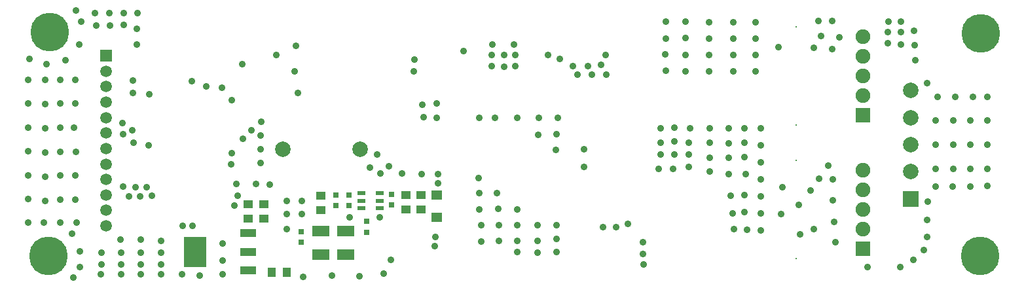
<source format=gbs>
%FSLAX25Y25*%
%MOIN*%
G70*
G01*
G75*
G04 Layer_Color=16711935*
%ADD10R,0.07087X0.14173*%
%ADD11R,0.03937X0.04724*%
%ADD12R,0.06299X0.13780*%
%ADD13O,0.07874X0.02400*%
%ADD14O,0.07874X0.02402*%
%ADD15R,0.03465X0.05000*%
%ADD16R,0.05512X0.04724*%
%ADD17R,0.04724X0.03937*%
%ADD18R,0.05118X0.07480*%
%ADD19R,0.04724X0.03150*%
%ADD20R,0.08268X0.07874*%
%ADD21R,0.03150X0.03150*%
%ADD22R,0.06299X0.03937*%
%ADD23R,0.20079X0.18898*%
%ADD24R,0.11811X0.03937*%
%ADD25R,0.01575X0.07874*%
%ADD26R,0.03937X0.01575*%
%ADD27O,0.10000X0.02400*%
%ADD28O,0.10000X0.02402*%
%ADD29R,0.12205X0.06102*%
%ADD30C,0.02000*%
%ADD31C,0.02500*%
%ADD32C,0.03000*%
%ADD33C,0.02362*%
%ADD34C,0.05000*%
%ADD35C,0.03500*%
%ADD36C,0.02200*%
%ADD37C,0.01000*%
%ADD38C,0.04000*%
%ADD39C,0.07000*%
%ADD40C,0.02400*%
%ADD41C,0.06000*%
%ADD42C,0.04500*%
%ADD43C,0.05906*%
%ADD44R,0.05906X0.05906*%
%ADD45C,0.19685*%
%ADD46C,0.07874*%
%ADD47R,0.07874X0.07874*%
%ADD48C,0.00787*%
%ADD49C,0.07480*%
%ADD50R,0.07480X0.07480*%
%ADD51C,0.03543*%
%ADD52R,0.09055X0.05512*%
%ADD53R,0.07874X0.03937*%
%ADD54R,0.11811X0.15748*%
%ADD55R,0.03937X0.02362*%
%ADD56C,0.00787*%
%ADD57C,0.01969*%
%ADD58C,0.01575*%
%ADD59C,0.01181*%
%ADD60C,0.00394*%
D11*
X128150Y6693D02*
D03*
X135630D02*
D03*
D16*
X212008Y34646D02*
D03*
Y46063D02*
D03*
D17*
X204134Y38583D02*
D03*
Y46063D02*
D03*
X116142Y33858D02*
D03*
Y41339D02*
D03*
X124016Y33858D02*
D03*
Y41339D02*
D03*
X153150Y45669D02*
D03*
Y38189D02*
D03*
X196260Y38583D02*
D03*
Y46063D02*
D03*
D21*
X160630Y46063D02*
D03*
Y40551D02*
D03*
X167323Y40551D02*
D03*
Y46063D02*
D03*
X188976Y40945D02*
D03*
Y46457D02*
D03*
X143110Y27362D02*
D03*
Y21850D02*
D03*
X176378Y32677D02*
D03*
Y27165D02*
D03*
D43*
X43701Y30315D02*
D03*
Y46063D02*
D03*
Y53937D02*
D03*
Y61811D02*
D03*
Y69685D02*
D03*
Y77559D02*
D03*
Y85433D02*
D03*
Y93307D02*
D03*
Y101181D02*
D03*
Y109055D02*
D03*
Y38189D02*
D03*
D44*
Y116929D02*
D03*
D45*
X14961Y129134D02*
D03*
X488583Y14961D02*
D03*
X488976Y128346D02*
D03*
X14567Y14961D02*
D03*
D46*
X173228Y69291D02*
D03*
X133858D02*
D03*
X453543Y99213D02*
D03*
Y57874D02*
D03*
Y71653D02*
D03*
Y85433D02*
D03*
D47*
Y44094D02*
D03*
D48*
X395118Y131614D02*
D03*
Y81614D02*
D03*
Y63701D02*
D03*
Y13701D02*
D03*
D49*
X429134Y126614D02*
D03*
Y116614D02*
D03*
Y106614D02*
D03*
Y96614D02*
D03*
Y58701D02*
D03*
Y48701D02*
D03*
Y38701D02*
D03*
Y28701D02*
D03*
D50*
Y86614D02*
D03*
Y18701D02*
D03*
D51*
X200787Y114960D02*
D03*
X102756Y100787D02*
D03*
X211417Y24803D02*
D03*
X211024Y20079D02*
D03*
X109055Y40551D02*
D03*
X492520Y50787D02*
D03*
X309449Y31496D02*
D03*
X298031Y117323D02*
D03*
X325984Y66535D02*
D03*
Y72835D02*
D03*
Y79921D02*
D03*
X363386Y28740D02*
D03*
X362598Y36614D02*
D03*
X361811Y45669D02*
D03*
X377165Y79921D02*
D03*
Y71260D02*
D03*
X59449Y122835D02*
D03*
Y130709D02*
D03*
X107480Y61811D02*
D03*
X107874Y67323D02*
D03*
X82677Y30315D02*
D03*
X122441Y76378D02*
D03*
Y69291D02*
D03*
Y62205D02*
D03*
X113386Y74803D02*
D03*
X117717Y79134D02*
D03*
X122835Y83464D02*
D03*
X143307Y42913D02*
D03*
X135827D02*
D03*
X143307Y36220D02*
D03*
X127165Y51181D02*
D03*
X120079Y51575D02*
D03*
X110236D02*
D03*
X66929Y45669D02*
D03*
X64567Y50000D02*
D03*
X431496Y9449D02*
D03*
X460236Y18110D02*
D03*
X58661Y50000D02*
D03*
X55512Y45276D02*
D03*
X52362Y50394D02*
D03*
X61024Y45276D02*
D03*
X28346Y140157D02*
D03*
X45407Y138583D02*
D03*
X13386Y112598D02*
D03*
X23228Y114567D02*
D03*
X38189Y138583D02*
D03*
X52625D02*
D03*
X94882Y101181D02*
D03*
X144095Y4331D02*
D03*
X141339Y98032D02*
D03*
X181890Y66535D02*
D03*
X263386Y16535D02*
D03*
X273228Y16929D02*
D03*
X233465Y54724D02*
D03*
X273228Y30709D02*
D03*
X61417Y16535D02*
D03*
X103150Y5512D02*
D03*
X82415D02*
D03*
X91339Y5118D02*
D03*
X103150Y12795D02*
D03*
X3937Y31890D02*
D03*
X71653Y5512D02*
D03*
X61417Y23228D02*
D03*
X30315Y9449D02*
D03*
X61417Y5512D02*
D03*
X51312Y10630D02*
D03*
X27953Y43701D02*
D03*
Y55905D02*
D03*
X28346Y68110D02*
D03*
X27953Y92520D02*
D03*
X27559Y80315D02*
D03*
X12730Y43045D02*
D03*
X12205Y31890D02*
D03*
X27953Y104724D02*
D03*
X12730Y80053D02*
D03*
Y92388D02*
D03*
X4724Y115354D02*
D03*
X12730Y55381D02*
D03*
Y67716D02*
D03*
X61417Y10630D02*
D03*
X51312Y5512D02*
D03*
X41339Y10630D02*
D03*
X40945Y5512D02*
D03*
X3937Y104724D02*
D03*
X386221Y121260D02*
D03*
X407874Y127165D02*
D03*
X397244Y25984D02*
D03*
X411417Y61091D02*
D03*
X406693Y54331D02*
D03*
X325197Y59449D02*
D03*
X474934Y83858D02*
D03*
Y59449D02*
D03*
X475984Y96063D02*
D03*
X474934Y71653D02*
D03*
X483727Y59449D02*
D03*
X492520D02*
D03*
Y71653D02*
D03*
Y83858D02*
D03*
X368898Y79921D02*
D03*
X360630D02*
D03*
X351181D02*
D03*
X340945D02*
D03*
X333071Y80315D02*
D03*
X374410Y109055D02*
D03*
X362992D02*
D03*
X338583D02*
D03*
X350787D02*
D03*
X183071Y34646D02*
D03*
X296850Y29567D02*
D03*
X303543D02*
D03*
X103150Y21260D02*
D03*
X158661Y5118D02*
D03*
X112992Y112598D02*
D03*
X87795Y30315D02*
D03*
X135827Y36220D02*
D03*
X139764Y109055D02*
D03*
X65748Y97244D02*
D03*
X140551Y122047D02*
D03*
X130315Y117323D02*
D03*
X225590Y119291D02*
D03*
X110630Y45669D02*
D03*
X167717Y34646D02*
D03*
X65354Y71260D02*
D03*
X87402Y103937D02*
D03*
X200393Y109055D02*
D03*
X251575Y122835D02*
D03*
X251969Y117323D02*
D03*
Y111811D02*
D03*
X240158D02*
D03*
Y117323D02*
D03*
X246457D02*
D03*
X240551Y122835D02*
D03*
X246457Y111417D02*
D03*
X338583Y125853D02*
D03*
X350787Y125591D02*
D03*
X362992D02*
D03*
Y117323D02*
D03*
X350787D02*
D03*
X338583Y117454D02*
D03*
Y134252D02*
D03*
X350787Y133858D02*
D03*
X362992D02*
D03*
X374410D02*
D03*
Y125591D02*
D03*
Y117323D02*
D03*
X333071Y73228D02*
D03*
X340551Y72835D02*
D03*
X351181D02*
D03*
X333071Y66535D02*
D03*
X340551D02*
D03*
X351181Y64961D02*
D03*
X332283Y59449D02*
D03*
X340551Y60236D02*
D03*
X351181Y57874D02*
D03*
X360630Y72441D02*
D03*
Y64961D02*
D03*
Y56693D02*
D03*
X368898Y72835D02*
D03*
Y65354D02*
D03*
X369291Y56693D02*
D03*
X368898Y46063D02*
D03*
Y37402D02*
D03*
X370079Y28346D02*
D03*
X377165Y62598D02*
D03*
Y53937D02*
D03*
Y45276D02*
D03*
Y27953D02*
D03*
X492520Y96063D02*
D03*
X483727Y83858D02*
D03*
Y71653D02*
D03*
X483858Y50394D02*
D03*
X485039Y96063D02*
D03*
X466142Y71653D02*
D03*
X448032Y9449D02*
D03*
X474803Y50394D02*
D03*
X466929Y96063D02*
D03*
X466142Y83858D02*
D03*
Y59449D02*
D03*
Y50394D02*
D03*
X273622Y85433D02*
D03*
X273228Y77165D02*
D03*
X272835Y68898D02*
D03*
X264173Y85433D02*
D03*
X263779Y76772D02*
D03*
X253150Y85433D02*
D03*
X241732D02*
D03*
X205512Y85827D02*
D03*
X204724Y92126D02*
D03*
X413779Y53937D02*
D03*
Y43307D02*
D03*
X414567Y32283D02*
D03*
X414961Y22047D02*
D03*
X413386Y134646D02*
D03*
Y120472D02*
D03*
X403937Y120866D02*
D03*
X455118Y129528D02*
D03*
X448425Y129134D02*
D03*
X441732D02*
D03*
X455512Y122441D02*
D03*
X448425Y134252D02*
D03*
X442126D02*
D03*
X455905Y114567D02*
D03*
X461811Y103150D02*
D03*
X316929Y22047D02*
D03*
X12730Y104724D02*
D03*
X3937Y92585D02*
D03*
Y44029D02*
D03*
X51181Y23228D02*
D03*
X57480Y98032D02*
D03*
X57874Y72835D02*
D03*
X20341Y104724D02*
D03*
Y92520D02*
D03*
Y80315D02*
D03*
Y68110D02*
D03*
Y55905D02*
D03*
Y43701D02*
D03*
X20472Y31890D02*
D03*
X31102Y134252D02*
D03*
X45669Y132283D02*
D03*
X52756Y132677D02*
D03*
X27165Y3937D02*
D03*
X26378Y26378D02*
D03*
X71653Y10630D02*
D03*
Y22835D02*
D03*
X273228Y23622D02*
D03*
X263386Y22835D02*
D03*
X253150D02*
D03*
X243701D02*
D03*
Y30709D02*
D03*
X253150D02*
D03*
X243307Y38976D02*
D03*
X253150Y38583D02*
D03*
X377165Y36614D02*
D03*
X396457Y40945D02*
D03*
X402362Y48425D02*
D03*
X403937Y28740D02*
D03*
X388189Y50000D02*
D03*
X387402Y36220D02*
D03*
X281496Y111811D02*
D03*
X295669Y112205D02*
D03*
X288976Y111811D02*
D03*
X298425Y107480D02*
D03*
X268898Y117323D02*
D03*
X274803Y115354D02*
D03*
X283858Y107480D02*
D03*
X290945D02*
D03*
X328740Y134252D02*
D03*
Y125591D02*
D03*
Y109449D02*
D03*
X406299Y134646D02*
D03*
X416929Y126378D02*
D03*
X287008Y69291D02*
D03*
Y60236D02*
D03*
X263386Y30709D02*
D03*
X234646Y22441D02*
D03*
X253150Y16929D02*
D03*
X234646Y30709D02*
D03*
X233858Y38583D02*
D03*
X242913Y46850D02*
D03*
X185039Y5906D02*
D03*
X172835Y4724D02*
D03*
X188583Y12992D02*
D03*
X28740Y31890D02*
D03*
X71653Y16535D02*
D03*
X30315Y17323D02*
D03*
X51312Y16535D02*
D03*
X41339D02*
D03*
X52362Y77165D02*
D03*
X51968Y82677D02*
D03*
X29921Y122835D02*
D03*
X38583Y132283D02*
D03*
X59842Y138583D02*
D03*
X107874Y94488D02*
D03*
X316929Y16142D02*
D03*
X317323Y10630D02*
D03*
X212598Y56693D02*
D03*
Y51968D02*
D03*
X3937Y80446D02*
D03*
Y68307D02*
D03*
Y56168D02*
D03*
X57087Y79134D02*
D03*
X57480Y104331D02*
D03*
X135827Y28740D02*
D03*
X233858Y46850D02*
D03*
X204331Y56693D02*
D03*
X187795Y60630D02*
D03*
X177953Y59842D02*
D03*
X183465Y57087D02*
D03*
X194488D02*
D03*
X454724Y12992D02*
D03*
X462205Y42520D02*
D03*
X461811Y24803D02*
D03*
Y33465D02*
D03*
X448425Y122835D02*
D03*
X441732Y123228D02*
D03*
X328346Y117717D02*
D03*
X212205Y92520D02*
D03*
Y85433D02*
D03*
X233858D02*
D03*
D52*
X165748Y27756D02*
D03*
Y15551D02*
D03*
X152953Y27756D02*
D03*
Y15551D02*
D03*
D53*
X116142Y26575D02*
D03*
Y17126D02*
D03*
Y7677D02*
D03*
D54*
X89234Y17126D02*
D03*
D55*
X173622Y39370D02*
D03*
Y43110D02*
D03*
Y46850D02*
D03*
X183071D02*
D03*
Y43110D02*
D03*
Y39370D02*
D03*
M02*

</source>
